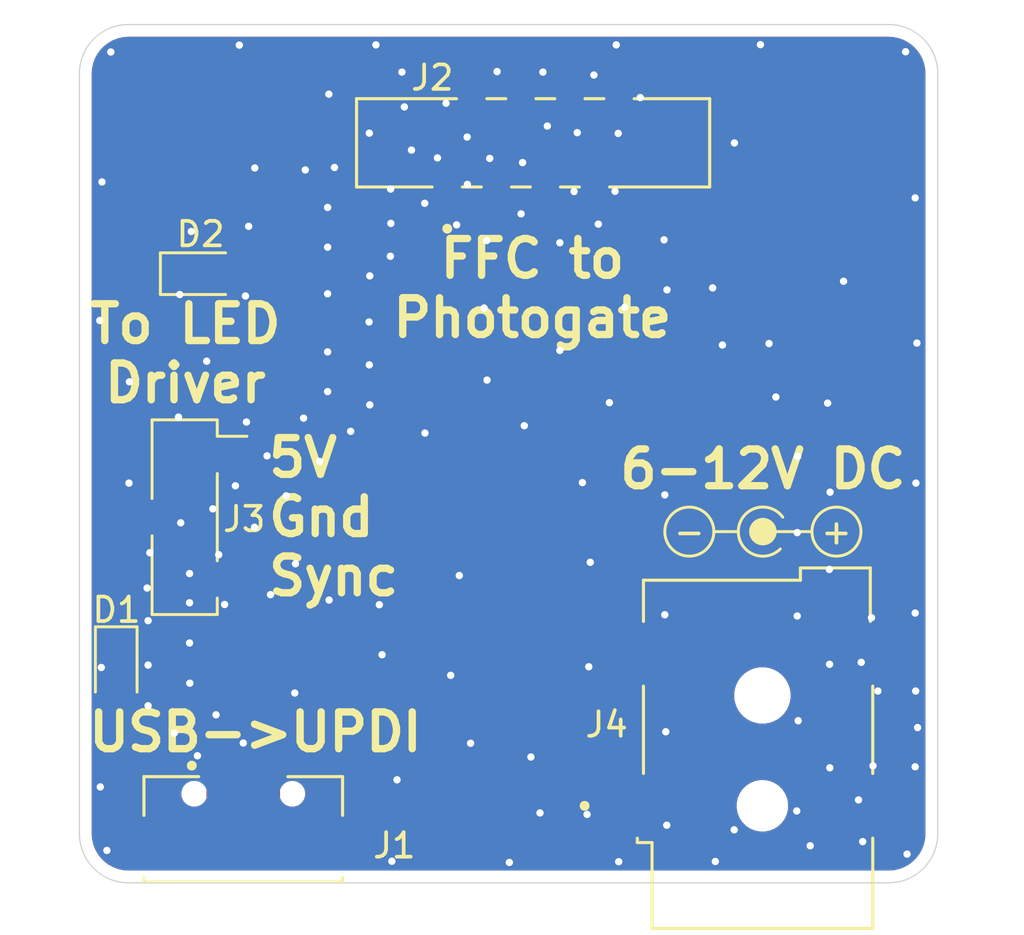
<source format=kicad_pcb>
(kicad_pcb (version 20240108) (generator "pcbnew") (generator_version "8.0")
  (layers (0 "F.Cu" signal) (31 "B.Cu" signal) (34 "B.Paste" user) (35 "F.Paste" user) (36 "B.SilkS" user "B.Silkscreen") (37 "F.SilkS" user "F.Silkscreen") (38 "B.Mask" user) (39 "F.Mask" user) (44 "Edge.Cuts" user))
  (net 0 "")
  (net 1 "/Vusb")
  (net 2 "Net-(D1-A)")
  (net 3 "Net-(D2-A)")
  (net 4 "GND")
  (net 5 "/D-")
  (net 6 "/D+")
  (net 8 "+12V")
  (net 9 "/Comp Out")
  (footprint "Diode_SMD:D_SOD-323" (layer "F.Cu") (at 101.5 126.17 -90)
    (property "Reference" "D1" (at -2.3 -0.01 180) (layer "F.SilkS"))
    (property "Value" "D_Schottky")
    (fp_line (start -1.61 0.85) (end 1.05 0.85) (stroke (width 0.12)) (layer "F.SilkS"))
    (fp_line (start -1.61 -0.85) (end -1.61 0.85) (stroke (width 0.12)) (layer "F.SilkS"))
    (fp_line (start -1.61 -0.85) (end 1.05 -0.85) (stroke (width 0.12)) (layer "F.SilkS"))
    (pad "1" smd roundrect (at -1.05 0 270) (size 0.6 0.45) (layers "F.Cu" "F.Paste" "F.Mask") (net 1 "/Vusb"))
    (pad "2" smd roundrect (at 1.05 0 270) (size 0.6 0.45) (layers "F.Cu" "F.Paste" "F.Mask") (net 2 "Net-(D1-A)"))
  )
  (footprint "Diode_SMD:D_SOD-323" (layer "F.Cu") (at 104.91 110.16)
    (property "Reference" "D2" (at 0.03 -1.61 0) (layer "F.SilkS"))
    (property "Value" "D_Schottky")
    (fp_line (start -1.61 -0.85) (end -1.61 0.85) (stroke (width 0.12)) (layer "F.SilkS"))
    (fp_line (start -1.61 -0.85) (end 1.05 -0.85) (stroke (width 0.12)) (layer "F.SilkS"))
    (fp_line (start -1.61 0.85) (end 1.05 0.85) (stroke (width 0.12)) (layer "F.SilkS"))
    (pad "1" smd roundrect (at -1.05 0) (size 0.6 0.45) (layers "F.Cu" "F.Paste" "F.Mask") (net 1 "/Vusb"))
    (pad "2" smd roundrect (at 1.05 0) (size 0.6 0.45) (layers "F.Cu" "F.Paste" "F.Mask") (net 3 "Net-(D2-A)"))
  )
  (footprint "Custom:AMPHENOL_SFW8S-2STE1LF" (layer "F.Cu") (at 118.5 104.825)
    (property "Reference" "J2" (at -4.11 -2.655 0) (layer "F.SilkS"))
    (property "Value" "FFC Socket")
    (fp_line (start -7.2 -1.8) (end -7.2 1.8) (stroke (width 0.127)) (layer "F.SilkS"))
    (fp_line (start -7.2 1.8) (end -4.12 1.8) (stroke (width 0.127)) (layer "F.SilkS"))
    (fp_line (start -3.12 -1.8) (end -7.2 -1.8) (stroke (width 0.127)) (layer "F.SilkS"))
    (fp_line (start -2.115 1.8) (end -2.885 1.8) (stroke (width 0.127)) (layer "F.SilkS"))
    (fp_line (start -1.885 -1.8) (end -1.115 -1.8) (stroke (width 0.127)) (layer "F.SilkS"))
    (fp_line (start -0.115 1.8) (end -0.885 1.8) (stroke (width 0.127)) (layer "F.SilkS"))
    (fp_line (start 0.115 -1.8) (end 0.885 -1.8) (stroke (width 0.127)) (layer "F.SilkS"))
    (fp_line (start 1.885 1.8) (end 1.115 1.8) (stroke (width 0.127)) (layer "F.SilkS"))
    (fp_line (start 2.115 -1.8) (end 2.885 -1.8) (stroke (width 0.127)) (layer "F.SilkS"))
    (fp_line (start 3.12 1.8) (end 7.2 1.8) (stroke (width 0.127)) (layer "F.SilkS"))
    (fp_line (start 7.2 -1.8) (end 4.12 -1.8) (stroke (width 0.127)) (layer "F.SilkS"))
    (fp_line (start 7.2 1.8) (end 7.2 -1.8) (stroke (width 0.127)) (layer "F.SilkS"))
    (fp_circle (center -3.5 3.5) (end -3.4 3.5) (stroke (width 0.2)) (fill none) (layer "F.SilkS"))
    (pad "1" smd rect (at -3.5 1.925) (size 0.6 1.65) (layers "F.Cu" "F.Paste" "F.Mask") (net 6 "/D+"))
    (pad "2" smd rect (at -2.5 -1.825) (size 0.6 1.85) (layers "F.Cu" "F.Paste" "F.Mask") (net 5 "/D-"))
    (pad "3" smd rect (at -1.5 1.925) (size 0.6 1.65) (layers "F.Cu" "F.Paste" "F.Mask") (net 4 "GND"))
    (pad "4" smd rect (at -0.5 -1.825) (size 0.6 1.85) (layers "F.Cu" "F.Paste" "F.Mask") (net 8 "+12V"))
    (pad "5" smd rect (at 0.5 1.925) (size 0.6 1.65) (layers "F.Cu" "F.Paste" "F.Mask") (net 8 "+12V"))
    (pad "6" smd rect (at 1.5 -1.825) (size 0.6 1.85) (layers "F.Cu" "F.Paste" "F.Mask") (net 4 "GND"))
    (pad "7" smd rect (at 2.5 1.925) (size 0.6 1.65) (layers "F.Cu" "F.Paste" "F.Mask") (net 9 "/Comp Out"))
    (pad "8" smd rect (at 3.5 -1.825) (size 0.6 1.85) (layers "F.Cu" "F.Paste" "F.Mask") (net 1 "/Vusb"))
  )
  (footprint "Custom:polarity" (layer "F.Cu") (at 128.07 119.328951)
    (property "Reference" "SYM1" (hide yes))
    (property "Value" "Logo_Open_Hardware_Small")
    (fp_line (start -2.2 1.35) (end -1.2 1.35) (stroke (width 0.12)) (layer "F.SilkS"))
    (fp_line (start -0.2 1.35) (end 1.8 1.35) (stroke (width 0.12)) (layer "F.SilkS"))
    (fp_arc (start 0.50859 2.05859) (mid -1.199056 1.271981) (end 0.61 0.76) (stroke (width 0.12)) (layer "F.SilkS"))
    (fp_circle (center -3.2 1.35) (end -3.2 0.35) (stroke (width 0.12)) (fill none) (layer "F.SilkS"))
    (fp_circle (center -0.2 1.35) (end -0.22 1.21) (stroke (width 0.12)) (fill none) (layer "F.SilkS"))
    (fp_circle (center -0.2 1.35) (end -0.2 0.85) (stroke (width 0.12)) (fill none) (layer "F.SilkS"))
    (fp_circle (center -0.2 1.35) (end -0.2 0.95) (stroke (width 0.12)) (fill none) (layer "F.SilkS"))
    (fp_circle (center -0.2 1.35) (end -0.2 1.1) (stroke (width 0.12)) (fill none) (layer "F.SilkS"))
    (fp_circle (center -0.2 1.35) (end -0.2 1.25) (stroke (width 0.12)) (fill none) (layer "F.SilkS"))
    (fp_circle (center -0.2 1.35) (end -0.18 1.04) (stroke (width 0.12)) (fill none) (layer "F.SilkS"))
    (fp_circle (center 2.8 1.35) (end 2.8 0.35) (stroke (width 0.12)) (fill none) (layer "F.SilkS"))
    (fp_text user "-" (at -3.2 1.35 0) (layer "F.SilkS"))
    (fp_text user "+" (at 2.8 1.35 0) (layer "F.SilkS"))
  )
  (footprint "Connector_PinSocket_2.54mm:PinSocket_1x03_P2.54mm_Vertical_SMD_Pin1Right" (layer "F.Cu") (at 104.29 120.09)
    (property "Reference" "J3" (at 2.43 0.08 0) (layer "F.SilkS"))
    (property "Value" "Conn_01x03_Socket")
    (fp_line (start -1.33 -3.97) (end -1.33 -0.76) (stroke (width 0.12)) (layer "F.SilkS"))
    (fp_line (start -1.33 -3.97) (end 1.33 -3.97) (stroke (width 0.12)) (layer "F.SilkS"))
    (fp_line (start -1.33 0.76) (end -1.33 3.97) (stroke (width 0.12)) (layer "F.SilkS"))
    (fp_line (start -1.33 3.97) (end 1.33 3.97) (stroke (width 0.12)) (layer "F.SilkS"))
    (fp_line (start 1.33 -3.97) (end 1.33 -3.3) (stroke (width 0.12)) (layer "F.SilkS"))
    (fp_line (start 1.33 -3.3) (end 2.54 -3.3) (stroke (width 0.12)) (layer "F.SilkS"))
    (fp_line (start 1.33 -1.78) (end 1.33 1.78) (stroke (width 0.12)) (layer "F.SilkS"))
    (fp_line (start 1.33 3.3) (end 1.33 3.97) (stroke (width 0.12)) (layer "F.SilkS"))
    (pad "1" smd rect (at 1.65 -2.54) (size 1.9 1) (layers "F.Cu" "F.Paste" "F.Mask") (net 3 "Net-(D2-A)"))
    (pad "2" smd rect (at -1.65 0) (size 1.9 1) (layers "F.Cu" "F.Paste" "F.Mask") (net 4 "GND"))
    (pad "3" smd rect (at 1.65 2.54) (size 1.9 1) (layers "F.Cu" "F.Paste" "F.Mask") (net 9 "/Comp Out"))
  )
  (footprint "Custom:TENSILITY_54-00165" (layer "F.Cu") (at 127.85 129.61)
    (property "Reference" "J4" (at -6.35 -1.06 0) (layer "F.SilkS"))
    (property "Value" "DC Jack")
    (fp_line (start -5.1 3.75) (end -5.1 3.57) (stroke (width 0.127)) (layer "F.SilkS"))
    (fp_line (start -5.1 3.75) (end -4.5 3.75) (stroke (width 0.127)) (layer "F.SilkS"))
    (fp_line (start -4.85 -6.95) (end 1.55 -6.95) (stroke (width 0.127)) (layer "F.SilkS"))
    (fp_line (start -4.85 -5.27) (end -4.85 -6.95) (stroke (width 0.127)) (layer "F.SilkS"))
    (fp_line (start -4.85 -2.63) (end -4.85 0.93) (stroke (width 0.127)) (layer "F.SilkS"))
    (fp_line (start -4.5 7.25) (end -4.5 3.75) (stroke (width 0.127)) (layer "F.SilkS"))
    (fp_line (start -4.5 7.25) (end 4.5 7.25) (stroke (width 0.127)) (layer "F.SilkS"))
    (fp_line (start 1.55 -7.45) (end 1.55 -6.95) (stroke (width 0.127)) (layer "F.SilkS"))
    (fp_line (start 1.55 -7.45) (end 4.4 -7.45) (stroke (width 0.127)) (layer "F.SilkS"))
    (fp_line (start 4.4 -7.45) (end 4.4 -5.27) (stroke (width 0.127)) (layer "F.SilkS"))
    (fp_line (start 4.5 -2.63) (end 4.5 0.93) (stroke (width 0.127)) (layer "F.SilkS"))
    (fp_line (start 4.5 7.25) (end 4.5 3.57) (stroke (width 0.127)) (layer "F.SilkS"))
    (fp_circle (center -7.25 2.25) (end -7.15 2.25) (stroke (width 0.2)) (fill none) (layer "F.SilkS"))
    (pad "" np_thru_hole circle (at 0 -2.25) (size 1.8 1.8) (drill 1.8) (layers "*.Cu" "*.Mask"))
    (pad "" np_thru_hole circle (at 0 2.25) (size 1.6 1.6) (drill 1.6) (layers "*.Cu" "*.Mask"))
    (pad "1" smd rect (at -5.5 -3.95) (size 2 2) (layers "F.Cu" "F.Paste" "F.Mask") (net 8 "+12V"))
    (pad "1" smd rect (at -5.5 2.25) (size 2 2) (layers "F.Cu" "F.Paste" "F.Mask") (net 8 "+12V"))
    (pad "2" smd rect (at 5.5 2.25) (size 2 2) (layers "F.Cu" "F.Paste" "F.Mask") (net 4 "GND"))
    (pad "3" smd rect (at 5.5 -3.95) (size 2 2) (layers "F.Cu" "F.Paste" "F.Mask") (net 4 "GND"))
  )
  (footprint "Custom:CUI_UJ2-MIBH-G-SMT-TR" (layer "F.Cu") (at 106.68 133.52)
    (property "Reference" "J1" (at 6.16 -0.04 0) (layer "F.SilkS"))
    (property "Value" "USB_B_Micro")
    (fp_line (start -4.05 -2.85) (end -1.82 -2.85) (stroke (width 0.127)) (layer "F.SilkS"))
    (fp_line (start -4.05 -1.27) (end -4.05 -2.85) (stroke (width 0.127)) (layer "F.SilkS"))
    (fp_line (start -4.05 1.27) (end -4.05 1.45) (stroke (width 0.127)) (layer "F.SilkS"))
    (fp_line (start -4.05 1.45) (end 4.05 1.45) (stroke (width 0.127)) (layer "F.SilkS"))
    (fp_line (start 1.82 -2.85) (end 4.05 -2.85) (stroke (width 0.127)) (layer "F.SilkS"))
    (fp_line (start 4.05 -2.85) (end 4.05 -1.27) (stroke (width 0.127)) (layer "F.SilkS"))
    (fp_line (start 4.05 1.45) (end 4.05 1.27) (stroke (width 0.127)) (layer "F.SilkS"))
    (fp_circle (center -2.1 -3.3) (end -2 -3.3) (stroke (width 0.2)) (fill none) (layer "F.SilkS"))
    (pad "" np_thru_hole circle (at -2 -2.15) (size 0.55 0.55) (drill 0.55) (layers "*.Cu" "*.Mask"))
    (pad "" np_thru_hole circle (at 2 -2.15) (size 0.55 0.55) (drill 0.55) (layers "*.Cu" "*.Mask"))
    (pad "1" smd rect (at -1.3 -2.675) (size 0.4 1.35) (layers "F.Cu" "F.Paste" "F.Mask") (net 2 "Net-(D1-A)"))
    (pad "2" smd rect (at -0.65 -2.675) (size 0.4 1.35) (layers "F.Cu" "F.Paste" "F.Mask") (net 5 "/D-"))
    (pad "3" smd rect (at 0 -2.675) (size 0.4 1.35) (layers "F.Cu" "F.Paste" "F.Mask") (net 6 "/D+"))
    (pad "4" smd rect (at 0.65 -2.675) (size 0.4 1.35) (layers "F.Cu" "F.Paste" "F.Mask"))
    (pad "5" smd rect (at 1.3 -2.675) (size 0.4 1.35) (layers "F.Cu" "F.Paste" "F.Mask") (net 4 "GND"))
    (pad "6" smd rect (at -3.95 0) (size 1.9 1.9) (layers "F.Cu" "F.Paste" "F.Mask") (net 4 "GND"))
    (pad "6" smd rect (at -1.2 0) (size 1.9 1.9) (layers "F.Cu" "F.Paste" "F.Mask") (net 4 "GND"))
    (pad "6" smd rect (at 1.2 0) (size 1.9 1.9) (layers "F.Cu" "F.Paste" "F.Mask") (net 4 "GND"))
    (pad "6" smd rect (at 3.95 0) (size 1.9 1.9) (layers "F.Cu" "F.Paste" "F.Mask") (net 4 "GND"))
  )
  (gr_line (start 133 100) (end 102 100) (stroke (width 0.05)) (layer "Edge.Cuts"))
  (gr_arc (start 100 102) (mid 100.585786 100.585786) (end 102 100) (stroke (width 0.05)) (layer "Edge.Cuts"))
  (gr_line (start 133 135) (end 102 135) (stroke (width 0.05)) (layer "Edge.Cuts"))
  (gr_arc (start 135 133) (mid 134.414214 134.414214) (end 133 135) (stroke (width 0.05)) (layer "Edge.Cuts"))
  (gr_line (start 135 102) (end 135 133) (stroke (width 0.05)) (layer "Edge.Cuts"))
  (gr_arc (start 133 100) (mid 134.414214 100.585786) (end 135 102) (stroke (width 0.05)) (layer "Edge.Cuts"))
  (gr_arc (start 102 135) (mid 100.585786 134.414214) (end 100 133) (stroke (width 0.05)) (layer "Edge.Cuts"))
  (gr_line (start 100 133) (end 100 102) (stroke (width 0.05)) (layer "Edge.Cuts"))
  (gr_text "5V\nGnd\nSync" (at 107.56 120.08 0) (layer "F.SilkS") (effects (font (size 1.5 1.5) (thickness 0.3) (bold yes)) (justify left)))
  (gr_text "USB->UPDI" (at 100.23 129.73 0) (layer "F.SilkS") (effects (font (size 1.5 1.5) (thickness 0.3) (bold yes)) (justify left bottom)))
  (gr_text "6-12V DC" (at 127.87 119.006049 0) (layer "F.SilkS") (effects (font (size 1.5 1.5) (thickness 0.3) (bold yes)) (justify bottom)))
  (gr_text "FFC to\nPhotogate" (at 118.47 112.84 0) (layer "F.SilkS") (effects (font (size 1.5 1.5) (thickness 0.3) (bold yes)) (justify bottom)))
  (gr_text "To LED\nDriver" (at 104.32 115.5 0) (layer "F.SilkS") (effects (font (size 1.5 1.5) (thickness 0.3) (bold yes)) (justify bottom)))
  (segment (start 101.5 125.12) (end 101.29 124.91) (width 0.4) (layer "F.Cu") (net 1))
  (segment (start 101.29 124.55) (end 101.29 112.73) (width 0.4) (layer "F.Cu") (net 1))
  (segment (start 121.18 101.2) (end 122 102.02) (width 0.4) (layer "F.Cu") (net 1))
  (segment (start 103.86 110.16) (end 112.82 101.2) (width 0.4) (layer "F.Cu") (net 1))
  (segment (start 101.29 124.91) (end 101.47 124.73) (width 0.4) (layer "F.Cu") (net 1))
  (segment (start 122 102.02) (end 122 103) (width 0.4) (layer "F.Cu") (net 1))
  (segment (start 101.47 124.73) (end 101.29 124.55) (width 0.4) (layer "F.Cu") (net 1))
  (segment (start 112.82 101.2) (end 121.18 101.2) (width 0.4) (layer "F.Cu") (net 1))
  (segment (start 101.29 112.73) (end 103.86 110.16) (width 0.4) (layer "F.Cu") (net 1))
  (segment (start 104.229 130.645) (end 101.5 127.916) (width 0.4) (layer "F.Cu") (net 2))
  (segment (start 105.38 130.845) (end 105.18 130.645) (width 0.4) (layer "F.Cu") (net 2))
  (segment (start 105.18 130.645) (end 104.229 130.645) (width 0.4) (layer "F.Cu") (net 2))
  (segment (start 101.5 127.916) (end 101.5 127.22) (width 0.4) (layer "F.Cu") (net 2))
  (segment (start 105.94 117.55) (end 106.01 117.55) (width 0.4) (layer "F.Cu") (net 3))
  (segment (start 105.96 110.16) (end 105.96 117.53) (width 0.4) (layer "F.Cu") (net 3))
  (segment (start 105.96 117.53) (end 105.94 117.55) (width 0.4) (layer "F.Cu") (net 3))
  (segment (start 114.95 103.48) (end 114.8605 103.5695) (width 0.4) (layer "F.Cu") (net 4))
  (segment (start 114.723 105.03) (end 114.723 105.022224) (width 0.4) (layer "F.Cu") (net 4))
  (segment (start 112.242939 109.766044) (end 112.101077 109.907906) (width 0.2) (layer "F.Cu") (net 4))
  (segment (start 112.41561 106.654289) (end 112.280511 106.789388) (width 0.2) (layer "F.Cu") (net 4))
  (segment (start 119.7 108.85) (end 119.46 109.09) (width 0.4) (layer "F.Cu") (net 4))
  (segment (start 111.5305 109.950693) (end 111.5305 115.825305) (width 0.2) (layer "F.Cu") (net 4))
  (segment (start 112.28047 106.791567) (end 112.222162 106.847737) (width 0.2) (layer "F.Cu") (net 4))
  (segment (start 113.401207 106.08) (end 113.392079 106.097916) (width 0.2) (layer "F.Cu") (net 4))
  (segment (start 114.49 105.56) (end 114.51 105.54) (width 0.4) (layer "F.Cu") (net 4))
  (segment (start 110.63 133.52) (end 112.2 133.52) (width 0.4) (layer "F.Cu") (net 4))
  (segment (start 111.55 109.931193) (end 111.5305 109.950693) (width 0.2) (layer "F.Cu") (net 4))
  (segment (start 112.584677 106.434677) (end 112.584677 106.404677) (width 0.2) (layer "F.Cu") (net 4))
  (segment (start 106.68 129.3) (end 106.385804 129.3) (width 0.4) (layer "F.Cu") (net 4))
  (segment (start 113.226338 105.222222) (end 113.505829 105.501713) (width 0.2) (layer "F.Cu") (net 4))
  (segment (start 104.754695 119.9795) (end 104.48992 120.244275) (width 0.4) (layer "F.Cu") (net 4))
  (segment (start 112.19 108.618983) (end 112.19 108.753815) (width 0.2) (layer "F.Cu") (net 4))
  (segment (start 112.353936 108.413243) (end 112.242939 108.566044) (width 0.2) (layer "F.Cu") (net 4))
  (segment (start 112.353976 107.745119) (end 112.411281 107.921501) (width 0.2) (layer "F.Cu") (net 4))
  (segment (start 110.614275 105.95992) (end 110.3495 106.224695) (width 0.4) (layer "F.Cu") (net 4))
  (segment (start 112.005018 107.01) (end 111.94315 107.041524) (width 0.2) (layer "F.Cu") (net 4))
  (segment (start 111.562267 107.393555) (end 111.592589 107.423877) (width 0.2) (layer "F.Cu") (net 4))
  (segment (start 111.980226 109.912816) (end 111.961849 109.931193) (width 0.2) (layer "F.Cu") (net 4))
  (segment (start 113.132191 105.112191) (end 113.132191 105.129857) (width 0.2) (layer "F.Cu") (net 4))
  (segment (start 112.280511 106.789388) (end 112.28047 106.791567) (width 0.2) (layer "F.Cu") (net 4))
  (segment (start 116.268629 104.625) (end 115.6 105.293629) (width 0.2) (layer "F.Cu") (net 4))
  (segment (start 112.414203 108.963544) (end 112.414203 109.277676) (width 0.2) (layer "F.Cu") (net 4))
  (segment (start 112.413853 109.616147) (end 112.382045 109.616147) (width 0.2) (layer "F.Cu") (net 4))
  (segment (start 113.493883 104.7505) (end 113.132191 105.112191) (width 0.2) (layer "F.Cu") (net 4))
  (segment (start 111.961849 109.931193) (end 111.55 109.931193) (width 0.2) (layer "F.Cu") (net 4))
  (segment (start 114.723 105.54) (end 114.723 105.03) (width 0.4) (layer "F.Cu") (net 4))
  (segment (start 112.414274 107.996769) (end 112.415935 107.998498) (width 0.2) (layer "F.Cu") (net 4))
  (segment (start 114.551276 104.8505) (end 114.551276 104.759224) (width 0.2) (layer "F.Cu") (net 4))
  (segment (start 106.852902 120.502902) (end 111.365725 115.99008) (width 0.4) (layer "F.Cu") (net 4))
  (segment (start 111.365725 115.99008) (end 111.6305 115.725305) (width 0.4) (layer "F.Cu") (net 4))
  (segment (start 112.414274 108.081427) (end 112.414274 108.325726) (width 0.2) (layer "F.Cu") (net 4))
  (segment (start 105.564696 119.9795) (end 104.754695 119.9795) (width 0.4) (layer "F.Cu") (net 4))
  (segment (start 114.51 105.54) (end 114.723 105.54) (width 0.4) (layer "F.Cu") (net 4))
  (segment (start 107.98 130.845) (end 107.98 130) (width 0.2) (layer "F.Cu") (net 4))
  (segment (start 113.411527 106.08) (end 113.401207 106.08) (width 0.2) (layer "F.Cu") (net 4))
  (segment (start 106.632894 121.22) (end 106.022894 121.83) (width 0.2) (layer "F.Cu") (net 4))
  (segment (start 114.8605 103.5695) (end 113.004695 103.5695) (width 0.4) (layer "F.Cu") (net 4))
  (segment (start 113.505829 105.501713) (end 113.505829 105.985698) (width 0.2) (layer "F.Cu") (net 4))
  (segment (start 114.95 103.21) (end 114.95 103.48) (width 0.4) (layer "F.Cu") (net 4))
  (segment (start 105.285304 121.2605) (end 106.095304 121.2605) (width 0.4) (layer "F.Cu") (net 4))
  (segment (start 104.3005 122.245304) (end 105.285304 121.2605) (width 0.4) (layer "F.Cu") (net 4))
  (segment (start 112.537796 106.416416) (end 112.421335 106.532877) (width 0.2) (layer "F.Cu") (net 4))
  (segment (start 114.542552 104.7505) (end 113.493883 104.7505) (width 0.2) (layer "F.Cu") (net 4))
  (segment (start 112.29 107.657053) (end 112.353976 107.745119) (width 0.2) (layer "F.Cu") (net 4))
  (segment (start 112.15 104.424195) (end 112.15 104.424196) (width 0.4) (layer "F.Cu") (net 4))
  (segment (start 112.414577 109.297669) (end 112.413949 109.297669) (width 0.2) (layer "F.Cu") (net 4))
  (segment (start 112.413853 109.302481) (end 112.413853 109.616147) (width 0.2) (layer "F.Cu") (net 4))
  (segment (start 113.224522 105.222188) (end 113.226338 105.222222) (width 0.2) (layer "F.Cu") (net 4))
  (segment (start 112.411281 107.921501) (end 112.414274 107.924494) (width 0.2) (layer "F.Cu") (net 4))
  (segment (start 113.392079 106.097916) (end 113.055318 106.434677) (width 0.2) (layer "F.Cu") (net 4))
  (segment (start 112.271591 109.726601) (end 112.242939 109.766044) (width 0.2) (layer "F.Cu") (net 4))
  (segment (start 111.756585 107.071071) (end 111.570031 107.041523) (width 0.2) (layer "F.Cu") (net 4))
  (segment (start 106.095304 121.2605) (end 106.852902 120.502902) (width 0.4) (layer "F.Cu") (net 4))
  (segment (start 104.48992 120.244275) (end 104.48992 120.244276) (width 0.4) (layer "F.Cu") (net 4))
  (segment (start 123.95 132.65) (end 123.95 132.81) (width 0.2) (layer "F.Cu") (net 4))
  (segment (start 112.101077 109.907906) (end 112.075133 109.881962) (width 0.2) (layer "F.Cu") (net 4))
  (segment (start 110.3495 106.224695) (end 110.3495 115.194696) (width 0.4) (layer "F.Cu") (net 4))
  (segment (start 113.505829 105.985698) (end 113.411527 106.08) (width 0.2) (layer "F.Cu") (net 4))
  (segment (start 103.284276 121.44992) (end 103.284275 121.44992) (width 0.4) (layer "F.Cu") (net 4))
  (segment (start 112.242964 108.792305) (end 112.414203 108.963544) (width 0.2) (layer "F.Cu") (net 4))
  (segment (start 111.592589 107.423877) (end 112.073363 107.423877) (width 0.2) (layer "F.Cu") (net 4))
  (segment (start 112.19 108.753815) (end 112.242964 108.792305) (width 0.2) (layer "F.Cu") (net 4))
  (segment (start 104.3005 127.214696) (end 104.3005 122.245304) (width 0.4) (layer "F.Cu") (net 4))
  (segment (start 117.01 104.29) (end 116.675 104.625) (width 0.2) (layer "F.Cu") (net 4))
  (segment (start 112.382045 109.616147) (end 112.271591 109.726601) (width 0.2) (layer "F.Cu") (net 4))
  (segment (start 113.004695 103.5695) (end 112.15 104.424195) (width 0.4) (layer "F.Cu") (net 4))
  (segment (start 111.94315 107.041524) (end 111.756585 107.071071) (width 0.2) (layer "F.Cu") (net 4))
  (segment (start 106.385804 129.3) (end 104.3005 127.214696) (width 0.4) (layer "F.Cu") (net 4))
  (segment (start 111.5305 115.825305) (end 111.365725 115.99008) (width 0.2) (layer "F.Cu") (net 4))
  (segment (start 112.414203 109.277676) (end 112.414577 109.297669) (width 0.2) (layer "F.Cu") (net 4))
  (segment (start 103.284276 128.01008) (end 105.047098 129.772902) (width 0.4) (layer "F.Cu") (net 4))
  (segment (start 113.055318 106.434677) (end 112.584677 106.434677) (width 0.2) (layer "F.Cu") (net 4))
  (segment (start 112.371825 108.358175) (end 112.353936 108.413243) (width 0.2) (layer "F.Cu") (net 4))
  (segment (start 103.0195 121.714695) (end 103.0195 127.745305) (width 0.4) (layer "F.Cu") (net 4))
  (segment (start 106.022894 121.83) (end 104.69 121.83) (width 0.2) (layer "F.Cu") (net 4))
  (segment (start 112.404274 108.325726) (end 112.371825 108.358175) (width 0.2) (layer "F.Cu") (net 4))
  (segment (start 112.415935 107.998498) (end 112.414274 108.081427) (width 0.2) (layer "F.Cu") (net 4))
  (segment (start 112.421335 106.532877) (end 112.41561 106.56903) (width 0.2) (layer "F.Cu") (net 4))
  (segment (start 112.242939 108.566044) (end 112.19 108.618983) (width 0.2) (layer "F.Cu") (net 4))
  (segment (start 116.675 104.625) (end 116.268629 104.625) (width 0.2) (layer "F.Cu") (net 4))
  (segment (start 110.3495 115.194696) (end 105.564696 119.9795) (width 0.4) (layer "F.Cu") (net 4))
  (segment (start 112.41561 106.56903) (end 112.41561 106.654289) (width 0.2) (layer "F.Cu") (net 4))
  (segment (start 103.284275 128.01008) (end 103.284276 128.01008) (width 0.4) (layer "F.Cu") (net 4))
  (segment (start 103.0195 127.745305) (end 103.284275 128.01008) (width 0.4) (layer "F.Cu") (net 4))
  (segment (start 114.551276 104.759224) (end 114.542552 104.7505) (width 0.2) (layer "F.Cu") (net 4))
  (segment (start 114.723 105.022224) (end 114.551276 104.8505) (width 0.4) (layer "F.Cu") (net 4))
  (segment (start 112.414274 108.325726) (end 112.404274 108.325726) (width 0.2) (layer "F.Cu") (net 4))
  (segment (start 112.222162 106.847737) (end 112.059899 107.01) (width 0.2) (layer "F.Cu") (net 4))
  (segment (start 112.075133 109.881962) (end 111.980226 109.912816) (width 0.2) (layer "F.Cu") (net 4))
  (segment (start 111.562267 107.112821) (end 111.562267 107.393555) (width 0.2) (layer "F.Cu") (net 4))
  (segment (start 112.15 104.424196) (end 110.614275 105.95992) (width 0.4) (layer "F.Cu") (net 4))
  (segment (start 112.413949 109.297669) (end 112.413853 109.302481) (width 0.2) (layer "F.Cu") (net 4))
  (segment (start 106.385804 129.3) (end 106.842902 129.757098) (width 0.4) (layer "F.Cu") (net 4))
  (segment (start 112.414274 107.924494) (end 112.414274 107.996769) (width 0.2) (layer "F.Cu") (net 4))
  (segment (start 112.059899 107.01) (end 112.005018 107.01) (width 0.2) (layer "F.Cu") (net 4))
  (segment (start 112.073363 107.423877) (end 112.29 107.640514) (width 0.2) (layer "F.Cu") (net 4))
  (segment (start 112.29 107.640514) (end 112.29 107.657053) (width 0.2) (layer "F.Cu") (net 4))
  (segment (start 104.48992 120.244276) (end 103.284276 121.44992) (width 0.4) (layer "F.Cu") (net 4))
  (segment (start 113.132191 105.129857) (end 113.224522 105.222188) (width 0.2) (layer "F.Cu") (net 4))
  (segment (start 103.284275 121.44992) (end 103.0195 121.714695) (width 0.4) (layer "F.Cu") (net 4))
  (via (at 122.87 102.98) (size 0.6) (drill 0.3) (layers "F.Cu" "B.Cu") (net 4))
  (via (at 123.95 132.65) (size 0.6) (drill 0.3) (layers "F.Cu" "B.Cu") (net 4))
  (via (at 104.49 125.22) (size 0.6) (drill 0.3) (layers "F.Cu" "B.Cu") (net 4))
  (via (at 102.76 122.98) (size 0.6) (drill 0.3) (layers "F.Cu" "B.Cu") (net 4))
  (via (at 115.38 108.17) (size 0.6) (drill 0.3) (layers "F.Cu" "B.Cu") (net 4))
  (via (at 110.17 102.84) (size 0.6) (drill 0.3) (layers "F.Cu" "B.Cu") (net 4))
  (via (at 106.81 116.21) (size 0.6) (drill 0.3) (layers "F.Cu" "B.Cu") (net 4))
  (via (at 115.14 126.54) (size 0.6) (drill 0.3) (layers "F.Cu" "B.Cu") (net 4))
  (via (at 113.54 105.12) (size 0.6) (drill 0.3) (layers "F.Cu" "B.Cu") (net 4))
  (via (at 104.09 111.01) (size 0.6) (drill 0.3) (layers "F.Cu" "B.Cu") (net 4))
  (via (at 104.56 108.44) (size 0.6) (drill 0.3) (layers "F.Cu" "B.Cu") (net 4))
  (via (at 116.73 105.46) (size 0.6) (drill 0.3) (layers "F.Cu" "B.Cu") (net 4))
  (via (at 112.7 108.11) (size 0.6) (drill 0.3) (layers "F.Cu" "B.Cu") (net 4))
  (via (at 130.6 130.31) (size 0.6) (drill 0.3) (layers "F.Cu" "B.Cu") (net 4))
  (via (at 121.16 108.14) (size 0.6) (drill 0.3) (layers "F.Cu" "B.Cu") (net 4))
  (via (at 105.19 113.73) (size 0.6) (drill 0.3) (layers "F.Cu" "B.Cu") (net 4))
  (via (at 129.27 120.72) (size 0.6) (drill 0.3) (layers "F.Cu" "B.Cu") (net 4))
  (via (at 111.84 115.51) (size 0.6) (drill 0.3) (layers "F.Cu" "B.Cu") (net 4))
  (via (at 122.24 111.53) (size 0.6) (drill 0.3) (layers "F.Cu" "B.Cu") (net 4))
  (via (at 120.83 121.93) (size 0.6) (drill 0.3) (layers "F.Cu" "B.Cu") (net 4))
  (via (at 105.68 121.62) (size 0.6) (drill 0.3) (layers "F.Cu" "B.Cu") (net 4))
  (via (at 110.12 109.08) (size 0.6) (drill 0.3) (layers "F.Cu" "B.Cu") (net 4))
  (via (at 126.71 104.83) (size 0.6) (drill 0.3) (layers "F.Cu" "B.Cu") (net 4))
  (via (at 109.21 105.93) (size 0.6) (drill 0.3) (layers "F.Cu" "B.Cu") (net 4))
  (via (at 120.51 118.68) (size 0.6) (drill 0.3) (layers "F.Cu" "B.Cu") (net 4))
  (via (at 108.81 121.99) (size 0.6) (drill 0.3) (layers "F.Cu" "B.Cu") (net 4))
  (via (at 115.95 129.31) (size 0.6) (drill 0.3) (layers "F.Cu" "B.Cu") (net 4))
  (via (at 120.77 126.19) (size 0.6) (drill 0.3) (layers "F.Cu" "B.Cu") (net 4))
  (via (at 128.12 113.01) (size 0.6) (drill 0.3) (layers "F.Cu" "B.Cu") (net 4))
  (via (at 115.49 122.47) (size 0.6) (drill 0.3) (layers "F.Cu" "B.Cu") (net 4))
  (via (at 109.14 116.05) (size 0.6) (drill 0.3) (layers "F.Cu" "B.Cu") (net 4))
  (via (at 123.87 119.18) (size 0.6) (drill 0.3) (layers "F.Cu" "B.Cu") (net 4))
  (via (at 118.07 105.63) (size 0.6) (drill 0.3) (layers "F.Cu" "B.Cu") (net 4))
  (via (at 118.14 116.36) (size 0.6) (drill 0.3) (layers "F.Cu" "B.Cu") (net 4))
  (via (at 101.28 101.12) (size 0.6) (drill 0.3) (layers "F.Cu" "B.Cu") (net 4))
  (via (at 106.77 111.07) (size 0.6) (drill 0.3) (layers "F.Cu" "B.Cu") (net 4))
  (via (at 113.15 101.94) (size 0.6) (drill 0.3) (layers "F.Cu" "B.Cu") (net 4))
  (via (at 105.92 123.65) (size 0.6) (drill 0.3) (layers "F.Cu" "B.Cu") (net 4))
  (via (at 111.82 113.88) (size 0.6) (drill 0.3) (layers "F.Cu" "B.Cu") (net 4))
  (via (at 107.15 105.85) (size 0.6) (drill 0.3) (layers "F.Cu" "B.Cu") (net 4))
  (via (at 108.78 127.26) (size 0.6) (drill 0.3) (layers "F.Cu" "B.Cu") (net 4))
  (via (at 104.49 123.58) (size 0.6) (drill 0.3) (layers "F.Cu" "B.Cu") (net 4))
  (via (at 123.87 124.07) (size 0.6) (drill 0.3) (layers "F.Cu" "B.Cu") (net 4))
  (via (at 131.16 110.47) (size 0.6) (drill 0.3) (layers "F.Cu" "B.Cu") (net 4))
  (via (at 104.5 126.86) (size 0.6) (drill 0.3) (layers "F.Cu" "B.Cu") (net 4))
  (via (at 100.85 131.09) (size 0.6) (drill 0.3) (layers "F.Cu" "B.Cu") (net 4))
  (via (at 131.94 133.32) (size 0.6) (drill 0.3) (layers "F.Cu" "B.Cu") (net 4))
  (via (at 115.82 106.52) (size 0.6) (drill 0.3) (layers "F.Cu" "B.Cu") (net 4))
  (via (at 130.51 115.44) (size 0.6) (drill 0.3) (layers "F.Cu" "B.Cu") (net 4))
  (via (at 106.52 100.84) (size 0.6) (drill 0.3) (layers "F.Cu" "B.Cu") (net 4))
  (via (at 105.44 119.75) (size 0.6) (drill 0.3) (layers "F.Cu" "B.Cu") (net 4))
  (via (at 130.59 126.09) (size 0.6) (drill 0.3) (layers "F.Cu" "B.Cu") (net 4))
  (via (at 132.36 130.23) (size 0.6) (drill 0.3) (layers "F.Cu" "B.Cu") (net 4))
  (via (at 111.81 112.13) (size 0.6) (drill 0.3) (layers "F.Cu" "B.Cu") (net 4))
  (via (at 104.81 129.82) (size 0.6) (drill 0.3) (layers "F.Cu" "B.Cu") (net 4))
  (via (at 112.68 109.45) (size 0.6) (drill 0.3) (layers "F.Cu" "B.Cu") (net 4))
  (via (at 120.7 132.21) (size 0.6) (drill 0.3) (layers "F.Cu" "B.Cu") (net 4))
  (via (at 110.12 113.35) (size 0.6) (drill 0.3) (layers "F.Cu" "B.Cu") (net 4))
  (via (at 118.01 107.72) (size 0.6) (drill 0.3) (layers "F.Cu" "B.Cu") (net 4))
  (via (at 106.36 118.81) (size 0.6) (drill 0.3) (layers "F.Cu" "B.Cu") (net 4))
  (via (at 134.08 107.07) (size 0.6) (drill 0.3) (layers "F.Cu" "B.Cu") (net 4))
  (via (at 131.77 131.62) (size 0.6) (drill 0.3) (layers "F.Cu" "B.Cu") (net 4))
  (via (at 131.88 126.01) (size 0.6) (drill 0.3) (layers "F.Cu" "B.Cu") (net 4))
  (via (at 102.8 124.31) (size 0.6) (drill 0.3) (layers "F.Cu" "B.Cu") (net 4))
  (via (at 104.13 120.32) (size 0.6) (drill 0.3) (layers "F.Cu" "B.Cu") (net 4))
  (via (at 110.12 110.98) (size 0.6) (drill 0.3) (layers "F.Cu" "B.Cu") (net 4))
  (via (at 115.81 104.59) (size 0.6) (drill 0.3) (layers "F.Cu" "B.Cu") (net 4))
  (via (at 104.49 122.39) (size 0.6) (drill 0.3) (layers "F.Cu" "B.Cu") (net 4))
  (via (at 134.18 128.67) (size 0.6) (drill 0.3) (layers "F.Cu" "B.Cu") (net 4))
  (via (at 126.22 113.07) (size 0.6) (drill 0.3) (layers "F.Cu" "B.Cu") (net 4))
  (via (at 130.58 122.22) (size 0.6) (drill 0.3) (layers "F.Cu" "B.Cu") (net 4))
  (via (at 134.11 118.7) (size 0.6) (drill 0.3) (layers "F.Cu" "B.Cu") (net 4))
  (via (at 112.69 106.71) (size 0.6) (drill 0.3) (layers "F.Cu" "B.Cu") (net 4))
  (via (at 134.08 124) (size 0.6) (drill 0.3) (layers "F.Cu" "B.Cu") (net 4))
  (via (at 118.78 132.15) (size 0.6) (drill 0.3) (layers "F.Cu" "B.Cu") (net 4))
  (via (at 121.84 106.8) (size 0.6) (drill 0.3) (layers "F.Cu" "B.Cu") (net 4))
  (via (at 114.09 116.66) (size 0.6) (drill 0.3) (layers "F.Cu" "B.Cu") (net 4))
  (via (at 112.09 100.83) (size 0.6) (drill 0.3) (layers "F.Cu" "B.Cu") (net 4))
  (via (at 119.59 113.29) (size 0.6) (drill 0.3) (layers "F.Cu" "B.Cu") (net 4))
  (via (at 107.79 123.25) (size 0.6) (drill 0.3) (layers "F.Cu" "B.Cu") (net 4))
  (via (at 110.4 105.83) (size 0.6) (drill 0.3) (layers "F.Cu" "B.Cu") (net 4))
  (via (at 112.74 134.12) (size 0.6) (drill 0.3) (layers "F.Cu" "B.Cu") (net 4))
  (via (at 102.04 114.57) (size 0.6) (drill 0.3) (layers "F.Cu" "B.Cu") (net 4))
  (via (at 121.99 134.14) (size 0.6) (drill 0.3) (layers "F.Cu" "B.Cu") (net 4))
  (via (at 102.87 121.54) (size 0.6) (drill 0.3) (layers "F.Cu" "B.Cu") (net 4))
  (via (at 114.6 105.44) (size 0.6) (drill 0.3) (layers "F.Cu" "B.Cu") (net 4))
  (via (at 119.59 108.9) (size 0.6) (drill 0.3) (layers "F.Cu" "B.Cu") (net 4))
  (via (at 120.3 104.41) (size 0.6) (drill 0.3) (layers "F.Cu" "B.Cu") (net 4))
  (via (at 120.98 102.06) (size 0.6) (drill 0.3) (layers "F.Cu" "B.Cu") (net 4))
  (via (at 111.06 116.59) (size 0.6) (drill 0.3) (layers "F.Cu" "B.Cu") (net 4))
  (via (at 116.5 111.56) (size 0.6) (drill 0.3) (layers "F.Cu" "B.Cu") (net 4))
  (via (at 129.8 133.49) (size 0.6) (drill 0.3) (layers "F.Cu" "B.Cu") (net 4))
  (via (at 129.25 132.07) (size 0.6) (drill 0.3) (layers "F.Cu" "B.Cu") (net 4))
  (via (at 134.1 127.18) (size 0.6) (drill 0.3) (layers "F.Cu" "B.Cu") (net 4))
  (via (at 106.9 108.23) (size 0.6) (drill 0.3) (layers "F.Cu" "B.Cu") (net 4))
  (via (at 102.02 118.7) (size 0.6) (drill 0.3) (layers "F.Cu" "B.Cu") (net 4))
  (via (at 118.9 101.94) (size 0.6) (drill 0.3) (layers "F.Cu" "B.Cu") (net 4))
  (via (at 100.89 126.22) (size 0.6) (drill 0.3) (layers "F.Cu" "B.Cu") (net 4))
  (via (at 101.12 133.68) (size 0.6) (drill 0.3) (layers "F.Cu" "B.Cu") (net 4))
  (via (at 110.18 123.47) (size 0.6) (drill 0.3) (layers "F.Cu" "B.Cu") (net 4))
  (via (at 117.53 134.17) (size 0.6) (drill 0.3) (layers "F.Cu" "B.Cu") (net 4))
  (via (at 102.8 126.12) (size 0.6) (drill 0.3) (layers "F.Cu" "B.Cu") (net 4))
  (via (at 126.7 132.84) (size 0.6) (drill 0.3) (layers "F.Cu" "B.Cu") (net 4))
  (via (at 127.77 100.82) (size 0.6) (drill 0.3) (layers "F.Cu" "B.Cu") (net 4))
  (via (at 133.69 101.11) (size 0.6) (drill 0.3) (layers "F.Cu" "B.Cu") (net 4))
  (via (at 104.04 116.01) (size 0.6) (drill 0.3) (layers "F.Cu" "B.Cu") (net 4))
  (via (at 129.27 124.12) (size 0.6) (drill 0.3) (layers "F.Cu" "B.Cu") (net 4))
  (via (at 121.61 115.42) (size 0.6) (drill 0.3) (layers "F.Cu" "B.Cu") (net 4))
  (via (at 108.43 119.22) (size 0.6) (drill 0.3) (layers "F.Cu" "B.Cu") (net 4))
  (via (at 107.65 117.59) (size 0.6) (drill 0.3) (layers "F.Cu" "B.Cu") (net 4))
  (via (at 116.61 108.81) (size 0.6) (drill 0.3) (layers "F.Cu" "B.Cu") (net 4))
  (via (at 125.93 134.13) (size 0.6) (drill 0.3) (layers "F.Cu" "B.Cu") (net 4))
  (via (at 130.61 119.07) (size 0.6) (drill 0.3) (layers "F.Cu" "B.Cu") (net 4))
  (via (at 114.95 103.21) (size 0.6) (drill 0.3) (layers "F.Cu" "B.Cu") (net 4))
  (via (at 114.08 107.29) (size 0.6) (drill 0.3) (layers "F.Cu" "B.Cu") (net 4))
  (via (at 125.82 110.74) (size 0.6) (drill 0.3) (layers "F.Cu" "B.Cu") (net 4))
  (via (at 116.62 114.5) (size 0.6) (drill 0.3) (layers "F.Cu" "B.Cu") (net 4))
  (via (at 132.56 127.18) (size 0.6) (drill 0.3) (layers "F.Cu" "B.Cu") (net 4))
  (via (at 113.25 103.36) (size 0.6) (drill 0.3) (layers "F.Cu" "B.Cu") (net 4))
  (via (at 110.12 114.97) (size 0.6) (drill 0.3) (layers "F.Cu" "B.Cu") (net 4))
  (via (at 110.12 107.46) (size 0.6) (drill 0.3) (layers "F.Cu" "B.Cu") (net 4))
  (via (at 111.84 110.25) (size 0.6) (drill 0.3) (layers "F.Cu" "B.Cu") (net 4))
  (via (at 112.34 125.7) (size 0.6) (drill 0.3) (layers "F.Cu" "B.Cu") (net 4))
  (via (at 112.23 123.66) (size 0.6) (drill 0.3) (layers "F.Cu" "B.Cu") (net 4))
  (via (at 118.41 129.87) (size 0.6) (drill 0.3) (layers "F.Cu" "B.Cu") (net 4))
  (via (at 129.31 128.39) (size 0.6) (drill 0.3) (layers "F.Cu" "B.Cu") (net 4))
  (via (at 129.29 117.61) (size 0.6) (drill 0.3) (layers "F.Cu" "B.Cu") (net 4))
  (via (at 100.83 112.07) (size 0.6) (drill 0.3) (layers "F.Cu" "B.Cu") (net 4))
  (via (at 100.92 106.42) (size 0.6) (drill 0.3) (layers "F.Cu" "B.Cu") (net 4))
  (via (at 133.75 133.83) (size 0.6) (drill 0.3) (layers "F.Cu" "B.Cu") (net 4))
  (via (at 120.17 106.81) (size 0.6) (drill 0.3) (layers "F.Cu" "B.Cu") (net 4))
  (via (at 103.87 128.89) (size 0.6) (drill 0.3) (layers "F.Cu" "B.Cu") (net 4))
  (via (at 134.08 130.27) (size 0.6) (drill 0.3) (layers "F.Cu" "B.Cu") (net 4))
  (via (at 134.15 112.99) (size 0.6) (drill 0.3) (layers "F.Cu" "B.Cu") (net 4))
  (via (at 123.91 128.84) (size 0.6) (drill 0.3) (layers "F.Cu" "B.Cu") (net 4))
  (via (at 128.4 115.19) (size 0.6) (drill 0.3) (layers "F.Cu" "B.Cu") (net 4))
  (via (at 107.14 120.5) (size 0.6) (drill 0.3) (layers "F.Cu" "B.Cu") (net 4))
  (via (at 109.8 117.82) (size 0.6) (drill 0.3) (layers "F.Cu" "B.Cu") (net 4))
  (via (at 123.84 108.78) (size 0.6) (drill 0.3) (layers "F.Cu" "B.Cu") (net 4))
  (via (at 132.3 124.19) (size 0.6) (drill 0.3) (layers "F.Cu" "B.Cu") (net 4))
  (via (at 123.96 110.82) (size 0.6) (drill 0.3) (layers "F.Cu" "B.Cu") (net 4))
  (via (at 105.57 128.15) (size 0.6) (drill 0.3) (layers "F.Cu" "B.Cu") (net 4))
  (via (at 111.82 104.43) (size 0.6) (drill 0.3) (layers "F.Cu" "B.Cu") (net 4))
  (via (at 117.03 101.92) (size 0.6) (drill 0.3) (layers "F.Cu" "B.Cu") (net 4))
  (via (at 121.97 104.44) (size 0.6) (drill 0.3) (layers "F.Cu" "B.Cu") (net 4))
  (via (at 119.08 104.14) (size 0.6) (drill 0.3) (layers "F.Cu" "B.Cu") (net 4))
  (via (at 121.89 100.83) (size 0.6) (drill 0.3) (layers "F.Cu" "B.Cu") (net 4))
  (via (at 112.95 130.8) (size 0.6) (drill 0.3) (layers "F.Cu" "B.Cu") (net 4))
  (via (at 106.68 129.3) (size 0.6) (drill 0.3) (layers "F.Cu" "B.Cu") (net 4))
  (via (at 102.8 127.78) (size 0.6) (drill 0.3) (layers "F.Cu" "B.Cu") (net 4))
  (segment (start 104.84671 128.93329) (end 103.76171 127.84829) (width 0.25) (layer "F.Cu") (net 5))
  (segment (start 104.94192 120.4315) (end 105.75192 120.4315) (width 0.25) (layer "F.Cu") (net 5))
  (segment (start 113.19192 104.0215) (end 115.4785 104.0215) (width 0.25) (layer "F.Cu") (net 5))
  (segment (start 103.4715 127.55808) (end 103.4715 121.90192) (width 0.25) (layer "F.Cu") (net 5))
  (segment (start 105.75192 120.4315) (end 110.8015 115.38192) (width 0.25) (layer "F.Cu") (net 5))
  (segment (start 106.166499 130.708501) (end 106.166499 130.253079) (width 0.25) (layer "F.Cu") (net 5))
  (segment (start 106.166499 130.253079) (end 103.76171 127.84829) (width 0.25) (layer "F.Cu") (net 5))
  (segment (start 110.8015 115.38192) (end 110.8015 106.41192) (width 0.25) (layer "F.Cu") (net 5))
  (segment (start 116 103.5) (end 116 103) (width 0.25) (layer "F.Cu") (net 5))
  (segment (start 110.8015 106.41192) (end 113.19192 104.0215) (width 0.25) (layer "F.Cu") (net 5))
  (segment (start 103.76171 127.84829) (end 103.4715 127.55808) (width 0.25) (layer "F.Cu") (net 5))
  (segment (start 115.4785 104.0215) (end 116 103.5) (width 0.25) (layer "F.Cu") (net 5))
  (segment (start 103.4715 121.90192) (end 104.94192 120.4315) (width 0.25) (layer "F.Cu") (net 5))
  (segment (start 106.03 130.845) (end 106.166499 130.708501) (width 0.25) (layer "F.Cu") (net 5))
  (segment (start 105.11329 128.66671) (end 104.02829 127.58171) (width 0.25) (layer "F.Cu") (net 6))
  (segment (start 113.34808 104.3985) (end 114.74 104.3985) (width 0.25) (layer "F.Cu") (net 6))
  (segment (start 111.1785 108.739193) (end 111.1785 108.619193) (width 0.25) (layer "F.Cu") (net 6))
  (segment (start 112.36644 105.719551) (end 112.647547 106.000658) (width 0.25) (layer "F.Cu") (net 6))
  (segment (start 112.790702 104.955874) (end 112.875557 104.871022) (width 0.25) (layer "F.Cu") (net 6))
  (segment (start 113.335177 104.411403) (end 113.34808 104.3985) (width 0.25) (layer "F.Cu") (net 6))
  (segment (start 115.175 106.575) (end 115 106.75) (width 0.25) (layer "F.Cu") (net 6))
  (segment (start 114.74 104.3985) (end 114.74 104.4) (width 0.25) (layer "F.Cu") (net 6))
  (segment (start 112.056046 108.139193) (end 112.056046 108.019193) (width 0.25) (layer "F.Cu") (net 6))
  (segment (start 112.056046 109.339193) (end 112.056046 109.219193) (width 0.25) (layer "F.Cu") (net 6))
  (segment (start 111.1785 107.539193) (end 111.1785 107.419193) (width 0.25) (layer "F.Cu") (net 6))
  (segment (start 112.011146 106.212787) (end 111.942173 106.143814) (width 0.25) (layer "F.Cu") (net 6))
  (segment (start 115.175 104.8335) (end 115.175 106.575) (width 0.25) (layer "F.Cu") (net 6))
  (segment (start 103.8485 122.05808) (end 105.09808 120.8085) (width 0.25) (layer "F.Cu") (net 6))
  (segment (start 111.4185 109.579193) (end 111.816046 109.579193) (width 0.25) (layer "F.Cu") (net 6))
  (segment (start 114.74 104.4) (end 115.1735 104.8335) (width 0.25) (layer "F.Cu") (net 6))
  (segment (start 115.1735 104.8335) (end 115.175 104.8335) (width 0.25) (layer "F.Cu") (net 6))
  (segment (start 113.07181 105.576393) (end 112.790702 105.295285) (width 0.25) (layer "F.Cu") (net 6))
  (segment (start 111.816046 108.979193) (end 111.4185 108.979193) (width 0.25) (layer "F.Cu") (net 6))
  (segment (start 112.027028 105.719551) (end 112.027029 105.719551) (width 0.25) (layer "F.Cu") (net 6))
  (segment (start 111.816046 107.779193) (end 111.4185 107.779193) (width 0.25) (layer "F.Cu") (net 6))
  (segment (start 112.875557 104.871022) (end 113.335177 104.411403) (width 0.25) (layer "F.Cu") (net 6))
  (segment (start 104.02829 127.58171) (end 103.8485 127.40192) (width 0.25) (layer "F.Cu") (net 6))
  (segment (start 111.1785 106.769193) (end 111.1785 106.56808) (width 0.25) (layer "F.Cu") (net 6))
  (segment (start 112.986958 106.000658) (end 113.07181 105.915805) (width 0.25) (layer "F.Cu") (net 6))
  (segment (start 111.926294 106.637052) (end 112.011146 106.552199) (width 0.25) (layer "F.Cu") (net 6))
  (segment (start 106.543501 130.708501) (end 106.543501 130.096921) (width 0.25) (layer "F.Cu") (net 6))
  (segment (start 106.68 130.845) (end 106.543501 130.708501) (width 0.25) (layer "F.Cu") (net 6))
  (segment (start 111.517911 106.56808) (end 111.586883 106.637052) (width 0.25) (layer "F.Cu") (net 6))
  (segment (start 106.543501 130.096921) (end 104.02829 127.58171) (width 0.25) (layer "F.Cu") (net 6))
  (segment (start 111.4185 108.379193) (end 111.816046 108.379193) (width 0.25) (layer "F.Cu") (net 6))
  (segment (start 111.942173 105.804403) (end 112.027028 105.719551) (width 0.25) (layer "F.Cu") (net 6))
  (segment (start 103.8485 127.40192) (end 103.8485 122.05808) (width 0.25) (layer "F.Cu") (net 6))
  (segment (start 105.90808 120.8085) (end 111.1785 115.53808) (width 0.25) (layer "F.Cu") (net 6))
  (segment (start 111.1785 115.53808) (end 111.1785 109.819193) (width 0.25) (layer "F.Cu") (net 6))
  (segment (start 111.1785 107.419193) (end 111.1785 106.769193) (width 0.25) (layer "F.Cu") (net 6))
  (segment (start 105.09808 120.8085) (end 105.90808 120.8085) (width 0.25) (layer "F.Cu") (net 6))
  (arc (start 111.1785 106.56808) (mid 111.348205 106.497786) (end 111.517911 106.56808) (width 0.25) (layer "F.Cu") (net 6))
  (arc (start 111.1785 109.819193) (mid 111.248794 109.649487) (end 111.4185 109.579193) (width 0.25) (layer "F.Cu") (net 6))
  (arc (start 112.056046 108.019193) (mid 111.985752 107.849487) (end 111.816046 107.779193) (width 0.25) (layer "F.Cu") (net 6))
  (arc (start 112.011146 106.552199) (mid 112.081441 106.382493) (end 112.011146 106.212787) (width 0.25) (layer "F.Cu") (net 6))
  (arc (start 112.027029 105.719551) (mid 112.196734 105.649257) (end 112.36644 105.719551) (width 0.25) (layer "F.Cu") (net 6))
  (arc (start 113.07181 105.915805) (mid 113.142105 105.746099) (end 113.07181 105.576393) (width 0.25) (layer "F.Cu") (net 6))
  (arc (start 111.816046 108.379193) (mid 111.985752 108.308899) (end 112.056046 108.139193) (width 0.25) (layer "F.Cu") (net 6))
  (arc (start 112.790702 105.295285) (mid 112.720407 105.12558) (end 112.790702 104.955874) (width 0.25) (layer "F.Cu") (net 6))
  (arc (start 111.4185 108.979193) (mid 111.248794 108.908899) (end 111.1785 108.739193) (width 0.25) (layer "F.Cu") (net 6))
  (arc (start 112.647547 106.000658) (mid 112.817253 106.070952) (end 112.986958 106.000658) (width 0.25) (layer "F.Cu") (net 6))
  (arc (start 111.816046 109.579193) (mid 111.985752 109.508899) (end 112.056046 109.339193) (width 0.25) (layer "F.Cu") (net 6))
  (arc (start 111.942173 106.143814) (mid 111.871878 105.974109) (end 111.942173 105.804403) (width 0.25) (layer "F.Cu") (net 6))
  (arc (start 112.056046 109.219193) (mid 111.985752 109.049487) (end 111.816046 108.979193) (width 0.25) (layer "F.Cu") (net 6))
  (arc (start 111.586883 106.637052) (mid 111.756589 106.707346) (end 111.926294 106.637052) (width 0.25) (layer "F.Cu") (net 6))
  (arc (start 111.4185 107.779193) (mid 111.248794 107.708899) (end 111.1785 107.539193) (width 0.25) (layer "F.Cu") (net 6))
  (arc (start 111.1785 108.619193) (mid 111.248794 108.449487) (end 111.4185 108.379193) (width 0.25) (layer "F.Cu") (net 6))
  (segment (start 122.35 118.34) (end 118.06 114.05) (width 2) (layer "F.Cu") (net 8))
  (segment (start 122.35 125.66) (end 122.35 118.62) (width 2) (layer "F.Cu") (net 8))
  (segment (start 122.35 131.86) (end 122.35 125.66) (width 2) (layer "F.Cu") (net 8))
  (segment (start 122.35 118.62) (end 122.35 118.34) (width 2) (layer "F.Cu") (net 8))
  (segment (start 118 104.36) (end 118 103) (width 0.4) (layer "F.Cu") (net 8))
  (segment (start 118.06 114.05) (end 118.06 109.25) (width 2) (layer "F.Cu") (net 8))
  (segment (start 119 108.31) (end 118.06 109.25) (width 0.4) (layer "F.Cu") (net 8))
  (segment (start 119 106.75) (end 119 105.36) (width 0.4) (layer "F.Cu") (net 8))
  (segment (start 119 105.36) (end 118 104.36) (width 0.4) (layer "F.Cu") (net 8))
  (segment (start 119 106.75) (end 119 108.31) (width 0.4) (layer "F.Cu") (net 8))
  (segment (start 121.176552 133.603) (end 110.203552 122.63) (width 0.2) (layer "F.Cu") (net 9))
  (segment (start 129.935 132.382) (end 128.714 133.603) (width 0.2) (layer "F.Cu") (net 9))
  (segment (start 121 106.84) (end 129.935 115.775) (width 0.2) (layer "F.Cu") (net 9))
  (segment (start 128.714 133.603) (end 121.176552 133.603) (width 0.2) (layer "F.Cu") (net 9))
  (segment (start 110.203552 122.63) (end 105.94 122.63) (width 0.2) (layer "F.Cu") (net 9))
  (segment (start 129.935 115.775) (end 129.935 132.382) (width 0.2) (layer "F.Cu") (net 9))
  (segment (start 121 106.75) (end 121 106.84) (width 0.2) (layer "F.Cu") (net 9))
  (zone (net 4) (net_name "GND") (layers "F&B.Cu") (connect_pads yes (clearance 0.2)) (min_thickness 0.15) (fill yes (thermal_gap 0.5) (thermal_bridge_width 0.5))
    (polygon (pts (xy 99 99) (xy 136 99) (xy 136 136) (xy 99 136)))
  )
)
</source>
